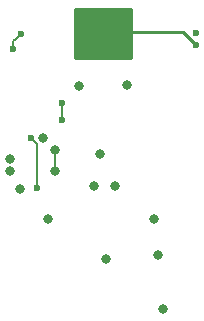
<source format=gbr>
G04 #@! TF.GenerationSoftware,KiCad,Pcbnew,(5.1.2)-1*
G04 #@! TF.CreationDate,2019-06-05T16:17:15+02:00*
G04 #@! TF.ProjectId,BodyTempUnit-e7,426f6479-5465-46d7-9055-6e69742d6537,rev?*
G04 #@! TF.SameCoordinates,Original*
G04 #@! TF.FileFunction,Copper,L4,Bot*
G04 #@! TF.FilePolarity,Positive*
%FSLAX46Y46*%
G04 Gerber Fmt 4.6, Leading zero omitted, Abs format (unit mm)*
G04 Created by KiCad (PCBNEW (5.1.2)-1) date 2019-06-05 16:17:15*
%MOMM*%
%LPD*%
G04 APERTURE LIST*
%ADD10C,0.600000*%
%ADD11C,0.800000*%
%ADD12C,0.250000*%
%ADD13C,0.150000*%
%ADD14C,0.254000*%
G04 APERTURE END LIST*
D10*
X77481000Y-107569000D03*
X78028800Y-106807000D03*
X78028800Y-108331000D03*
X76962000Y-106807000D03*
D11*
X76708000Y-120650000D03*
X82169000Y-126492000D03*
X69596000Y-118364000D03*
X70473987Y-120904000D03*
X78486000Y-120650000D03*
X75501500Y-112204500D03*
D10*
X85344000Y-107696000D03*
D11*
X77724000Y-126873000D03*
X77216000Y-117983000D03*
X72390000Y-116586000D03*
X69596000Y-119380000D03*
X72812500Y-123510000D03*
X81788000Y-123444000D03*
X82550000Y-131064000D03*
X79502000Y-112125000D03*
D10*
X76962000Y-108331000D03*
X85344000Y-108712000D03*
X70567843Y-107802857D03*
X69924969Y-109104597D03*
D11*
X73406000Y-117602000D03*
X73406000Y-119380000D03*
D10*
X74041000Y-115083600D03*
X74041000Y-113665000D03*
X71882000Y-120893589D03*
X71374000Y-116586000D03*
D12*
X84281990Y-107649990D02*
X79802010Y-107649990D01*
X85344000Y-108712000D02*
X84281990Y-107649990D01*
D13*
X70567843Y-107802857D02*
X70104000Y-108266700D01*
X70104000Y-108266700D02*
X69924969Y-108445731D01*
X69924969Y-108445731D02*
X69924969Y-109104597D01*
X73406000Y-117602000D02*
X73406000Y-119380000D01*
X74041000Y-113665000D02*
X74041000Y-115083600D01*
X71882000Y-120893589D02*
X71882000Y-117094000D01*
X71882000Y-117094000D02*
X71374000Y-116586000D01*
D14*
G36*
X79873000Y-109841024D02*
G01*
X75127000Y-109842577D01*
X75127000Y-105663600D01*
X79873000Y-105663600D01*
X79873000Y-109841024D01*
X79873000Y-109841024D01*
G37*
X79873000Y-109841024D02*
X75127000Y-109842577D01*
X75127000Y-105663600D01*
X79873000Y-105663600D01*
X79873000Y-109841024D01*
M02*

</source>
